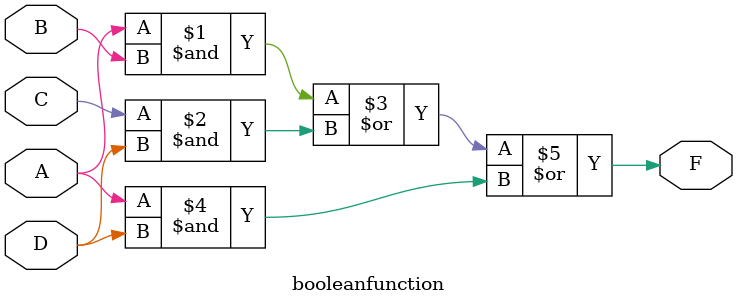
<source format=v>

module booleanfunction (A, B, C, D, F);
  input A, B, C, D;
  output F;

  assign F = (A & B) | (C & D) | (A & D);
endmodule

</source>
